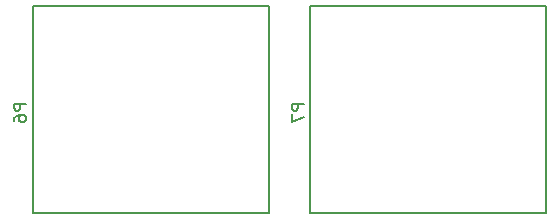
<source format=gbo>
G04 #@! TF.FileFunction,Legend,Bot*
%FSLAX46Y46*%
G04 Gerber Fmt 4.6, Leading zero omitted, Abs format (unit mm)*
G04 Created by KiCad (PCBNEW 4.0.5) date 02/23/17 22:12:15*
%MOMM*%
%LPD*%
G01*
G04 APERTURE LIST*
%ADD10C,0.100000*%
%ADD11C,0.150000*%
G04 APERTURE END LIST*
D10*
D11*
X139500000Y-63500000D02*
X119500000Y-63500000D01*
X119500000Y-63500000D02*
X119500000Y-81000000D01*
X119500000Y-81000000D02*
X139500000Y-81000000D01*
X139500000Y-81000000D02*
X139500000Y-63500000D01*
X163000000Y-63500000D02*
X143000000Y-63500000D01*
X143000000Y-63500000D02*
X143000000Y-81000000D01*
X143000000Y-81000000D02*
X163000000Y-81000000D01*
X163000000Y-81000000D02*
X163000000Y-63500000D01*
X118952381Y-71761905D02*
X117952381Y-71761905D01*
X117952381Y-72142858D01*
X118000000Y-72238096D01*
X118047619Y-72285715D01*
X118142857Y-72333334D01*
X118285714Y-72333334D01*
X118380952Y-72285715D01*
X118428571Y-72238096D01*
X118476190Y-72142858D01*
X118476190Y-71761905D01*
X117952381Y-73190477D02*
X117952381Y-73000000D01*
X118000000Y-72904762D01*
X118047619Y-72857143D01*
X118190476Y-72761905D01*
X118380952Y-72714286D01*
X118761905Y-72714286D01*
X118857143Y-72761905D01*
X118904762Y-72809524D01*
X118952381Y-72904762D01*
X118952381Y-73095239D01*
X118904762Y-73190477D01*
X118857143Y-73238096D01*
X118761905Y-73285715D01*
X118523810Y-73285715D01*
X118428571Y-73238096D01*
X118380952Y-73190477D01*
X118333333Y-73095239D01*
X118333333Y-72904762D01*
X118380952Y-72809524D01*
X118428571Y-72761905D01*
X118523810Y-72714286D01*
X142452381Y-71761905D02*
X141452381Y-71761905D01*
X141452381Y-72142858D01*
X141500000Y-72238096D01*
X141547619Y-72285715D01*
X141642857Y-72333334D01*
X141785714Y-72333334D01*
X141880952Y-72285715D01*
X141928571Y-72238096D01*
X141976190Y-72142858D01*
X141976190Y-71761905D01*
X141452381Y-72666667D02*
X141452381Y-73333334D01*
X142452381Y-72904762D01*
M02*

</source>
